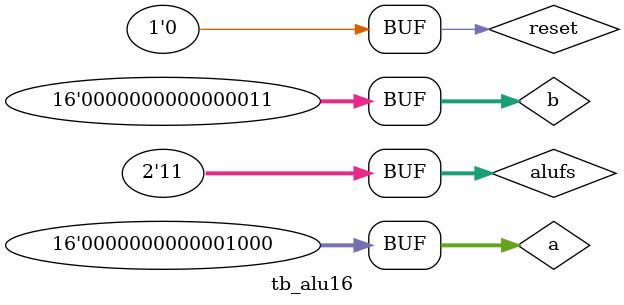
<source format=v>
`timescale 1ns / 1ps

module tb_alu16;

	// Inputs
	reg reset;
	reg [15:0] a;
	reg [15:0] b;
	reg [1:0] alufs;

	// Outputs
	wire [15:0] alu;

	// Instantiate the Unit Under Test (UUT)
	alu16 uut (
		.reset(reset), 
		.a(a), 
		.b(b), 
		.alufs(alufs), 
		.alu(alu)
	);

	initial begin
		// Initialize Inputs
		reset = 0;
		a = 0;
		b = 0;
		alufs = 0;

		// Wait 100 ns for global reset to finish
		#100;
        
		// Add stimulus here
      a = 4'b0101;    // 5
      b = 4'b0011;    // 3
      alufs = 2'b10;  // a + b
      #10;

     
      a = 4'b1000;    // 8
      b = 4'b0011;    // 3
      alufs = 2'b11;  // a - b
      #10;
		
      reset = 1; #10;
      reset = 0; #10;


	end
      
endmodule


</source>
